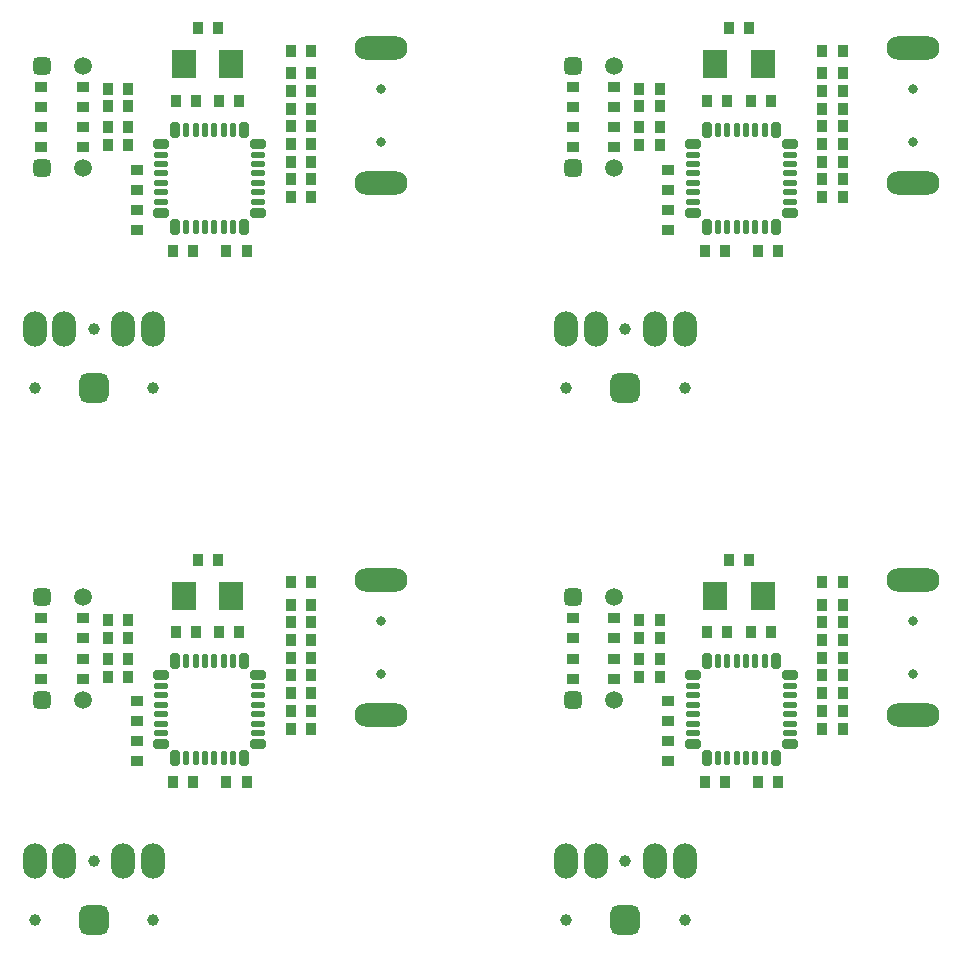
<source format=gbs>
%FSLAX25Y25*%
%MOIN*%
G70*
G01*
G75*
G04 Layer_Color=16711935*
%ADD10R,0.09843X0.04331*%
%ADD11R,0.03150X0.03150*%
%ADD12C,0.02000*%
%ADD13C,0.01000*%
%ADD14C,0.04000*%
%ADD15C,0.01500*%
%ADD16C,0.03000*%
%ADD17C,0.05906*%
G04:AMPARAMS|DCode=18|XSize=59.06mil|YSize=59.06mil|CornerRadius=14.76mil|HoleSize=0mil|Usage=FLASHONLY|Rotation=180.000|XOffset=0mil|YOffset=0mil|HoleType=Round|Shape=RoundedRectangle|*
%AMROUNDEDRECTD18*
21,1,0.05906,0.02953,0,0,180.0*
21,1,0.02953,0.05906,0,0,180.0*
1,1,0.02953,-0.01476,0.01476*
1,1,0.02953,0.01476,0.01476*
1,1,0.02953,0.01476,-0.01476*
1,1,0.02953,-0.01476,-0.01476*
%
%ADD18ROUNDEDRECTD18*%
%ADD19C,0.03150*%
%ADD20O,0.17716X0.07874*%
%ADD21C,0.03937*%
%ADD22O,0.08000X0.11811*%
G04:AMPARAMS|DCode=23|XSize=98.43mil|YSize=98.43mil|CornerRadius=24.61mil|HoleSize=0mil|Usage=FLASHONLY|Rotation=270.000|XOffset=0mil|YOffset=0mil|HoleType=Round|Shape=RoundedRectangle|*
%AMROUNDEDRECTD23*
21,1,0.09843,0.04921,0,0,270.0*
21,1,0.04921,0.09843,0,0,270.0*
1,1,0.04921,-0.02461,-0.02461*
1,1,0.04921,-0.02461,0.02461*
1,1,0.04921,0.02461,0.02461*
1,1,0.04921,0.02461,-0.02461*
%
%ADD23ROUNDEDRECTD23*%
%ADD24C,0.02500*%
%ADD25R,0.03543X0.03937*%
%ADD26R,0.03937X0.03543*%
%ADD27R,0.07874X0.09449*%
G04:AMPARAMS|DCode=28|XSize=31.5mil|YSize=51.18mil|CornerRadius=7.87mil|HoleSize=0mil|Usage=FLASHONLY|Rotation=270.000|XOffset=0mil|YOffset=0mil|HoleType=Round|Shape=RoundedRectangle|*
%AMROUNDEDRECTD28*
21,1,0.03150,0.03543,0,0,270.0*
21,1,0.01575,0.05118,0,0,270.0*
1,1,0.01575,-0.01772,-0.00787*
1,1,0.01575,-0.01772,0.00787*
1,1,0.01575,0.01772,0.00787*
1,1,0.01575,0.01772,-0.00787*
%
%ADD28ROUNDEDRECTD28*%
G04:AMPARAMS|DCode=29|XSize=31.5mil|YSize=51.18mil|CornerRadius=7.87mil|HoleSize=0mil|Usage=FLASHONLY|Rotation=0.000|XOffset=0mil|YOffset=0mil|HoleType=Round|Shape=RoundedRectangle|*
%AMROUNDEDRECTD29*
21,1,0.03150,0.03543,0,0,0.0*
21,1,0.01575,0.05118,0,0,0.0*
1,1,0.01575,0.00787,-0.01772*
1,1,0.01575,-0.00787,-0.01772*
1,1,0.01575,-0.00787,0.01772*
1,1,0.01575,0.00787,0.01772*
%
%ADD29ROUNDEDRECTD29*%
%ADD30O,0.02165X0.05118*%
%ADD31O,0.05118X0.02165*%
%ADD32C,0.00100*%
%ADD33C,0.00029*%
%ADD34C,0.00787*%
%ADD35C,0.00500*%
D17*
X67270Y157470D02*
D03*
Y123270D02*
D03*
X244435Y157470D02*
D03*
Y123270D02*
D03*
X67270Y334635D02*
D03*
Y300435D02*
D03*
X244435Y334635D02*
D03*
Y300435D02*
D03*
D18*
X53491Y157470D02*
D03*
Y123270D02*
D03*
X230656Y157470D02*
D03*
Y123270D02*
D03*
X53491Y334635D02*
D03*
Y300435D02*
D03*
X230656Y334635D02*
D03*
Y300435D02*
D03*
D19*
X166685Y149624D02*
D03*
Y131907D02*
D03*
X343850Y149624D02*
D03*
Y131907D02*
D03*
X166685Y326789D02*
D03*
Y309072D02*
D03*
X343850Y326789D02*
D03*
Y309072D02*
D03*
D20*
X166685Y163206D02*
D03*
Y118324D02*
D03*
X343850Y163206D02*
D03*
Y118324D02*
D03*
X166685Y340372D02*
D03*
Y295490D02*
D03*
X343850Y340372D02*
D03*
Y295490D02*
D03*
D21*
X90655Y49970D02*
D03*
X51285D02*
D03*
X70970Y69655D02*
D03*
X267821Y49970D02*
D03*
X228450D02*
D03*
X248135Y69655D02*
D03*
X90655Y227135D02*
D03*
X51285D02*
D03*
X70970Y246820D02*
D03*
X267821Y227135D02*
D03*
X228450D02*
D03*
X248135Y246820D02*
D03*
D22*
X51285Y69655D02*
D03*
X61128D02*
D03*
X90655D02*
D03*
X80813D02*
D03*
X228450D02*
D03*
X238293D02*
D03*
X267821D02*
D03*
X257978D02*
D03*
X51285Y246820D02*
D03*
X61128D02*
D03*
X90655D02*
D03*
X80813D02*
D03*
X228450D02*
D03*
X238293D02*
D03*
X267821D02*
D03*
X257978D02*
D03*
D23*
X70970Y49970D02*
D03*
X248135D02*
D03*
X70970Y227135D02*
D03*
X248135D02*
D03*
D25*
X143316Y131370D02*
D03*
X136624D02*
D03*
X143316Y125470D02*
D03*
X136624D02*
D03*
X143316Y119570D02*
D03*
X136624D02*
D03*
X143316Y154970D02*
D03*
X136624D02*
D03*
X119391Y145752D02*
D03*
X112698D02*
D03*
X136624Y162470D02*
D03*
X143316D02*
D03*
Y113670D02*
D03*
X136624D02*
D03*
X136624Y143170D02*
D03*
X143316D02*
D03*
X136624Y137270D02*
D03*
X143316D02*
D03*
X98198Y145752D02*
D03*
X104891D02*
D03*
X75624Y136870D02*
D03*
X82316D02*
D03*
X75624Y143870D02*
D03*
X82316D02*
D03*
X75624Y149770D02*
D03*
X82316D02*
D03*
X75624Y130970D02*
D03*
X82316D02*
D03*
X104016Y95770D02*
D03*
X97324D02*
D03*
X115124D02*
D03*
X121817D02*
D03*
X112191Y169952D02*
D03*
X105498D02*
D03*
X143316Y149070D02*
D03*
X136624D02*
D03*
X320482Y131370D02*
D03*
X313789D02*
D03*
X320482Y125470D02*
D03*
X313789D02*
D03*
X320482Y119570D02*
D03*
X313789D02*
D03*
X320482Y154970D02*
D03*
X313789D02*
D03*
X296557Y145752D02*
D03*
X289864D02*
D03*
X313789Y162470D02*
D03*
X320482D02*
D03*
Y113670D02*
D03*
X313789D02*
D03*
X313789Y143170D02*
D03*
X320482D02*
D03*
X313789Y137270D02*
D03*
X320482D02*
D03*
X275364Y145752D02*
D03*
X282057D02*
D03*
X252789Y136870D02*
D03*
X259482D02*
D03*
X252789Y143870D02*
D03*
X259482D02*
D03*
X252789Y149770D02*
D03*
X259482D02*
D03*
X252789Y130970D02*
D03*
X259482D02*
D03*
X281182Y95770D02*
D03*
X274489D02*
D03*
X292289D02*
D03*
X298982D02*
D03*
X289357Y169952D02*
D03*
X282664D02*
D03*
X320482Y149070D02*
D03*
X313789D02*
D03*
X143316Y308535D02*
D03*
X136624D02*
D03*
X143316Y302635D02*
D03*
X136624D02*
D03*
X143316Y296735D02*
D03*
X136624D02*
D03*
X143316Y332135D02*
D03*
X136624D02*
D03*
X119391Y322917D02*
D03*
X112698D02*
D03*
X136624Y339635D02*
D03*
X143316D02*
D03*
Y290835D02*
D03*
X136624D02*
D03*
X136624Y320335D02*
D03*
X143316D02*
D03*
X136624Y314435D02*
D03*
X143316D02*
D03*
X98198Y322917D02*
D03*
X104891D02*
D03*
X75624Y314035D02*
D03*
X82316D02*
D03*
X75624Y321035D02*
D03*
X82316D02*
D03*
X75624Y326935D02*
D03*
X82316D02*
D03*
X75624Y308135D02*
D03*
X82316D02*
D03*
X104016Y272935D02*
D03*
X97324D02*
D03*
X115124D02*
D03*
X121817D02*
D03*
X112191Y347117D02*
D03*
X105498D02*
D03*
X143316Y326235D02*
D03*
X136624D02*
D03*
X320482Y308535D02*
D03*
X313789D02*
D03*
X320482Y302635D02*
D03*
X313789D02*
D03*
X320482Y296735D02*
D03*
X313789D02*
D03*
X320482Y332135D02*
D03*
X313789D02*
D03*
X296557Y322917D02*
D03*
X289864D02*
D03*
X313789Y339635D02*
D03*
X320482D02*
D03*
Y290835D02*
D03*
X313789D02*
D03*
X313789Y320335D02*
D03*
X320482D02*
D03*
X313789Y314435D02*
D03*
X320482D02*
D03*
X275364Y322917D02*
D03*
X282057D02*
D03*
X252789Y314035D02*
D03*
X259482D02*
D03*
X252789Y321035D02*
D03*
X259482D02*
D03*
X252789Y326935D02*
D03*
X259482D02*
D03*
X252789Y308135D02*
D03*
X259482D02*
D03*
X281182Y272935D02*
D03*
X274489D02*
D03*
X292289D02*
D03*
X298982D02*
D03*
X289357Y347117D02*
D03*
X282664D02*
D03*
X320482Y326235D02*
D03*
X313789D02*
D03*
D26*
X85270Y116024D02*
D03*
Y122716D02*
D03*
Y102724D02*
D03*
Y109416D02*
D03*
X53470Y130324D02*
D03*
Y137016D02*
D03*
Y150417D02*
D03*
Y143724D02*
D03*
X67270Y130324D02*
D03*
Y137016D02*
D03*
Y150417D02*
D03*
Y143724D02*
D03*
X262435Y116024D02*
D03*
Y122716D02*
D03*
Y102724D02*
D03*
Y109416D02*
D03*
X230635Y130324D02*
D03*
Y137016D02*
D03*
Y150417D02*
D03*
Y143724D02*
D03*
X244435Y130324D02*
D03*
Y137016D02*
D03*
Y150417D02*
D03*
Y143724D02*
D03*
X85270Y293189D02*
D03*
Y299882D02*
D03*
Y279889D02*
D03*
Y286582D02*
D03*
X53470Y307489D02*
D03*
Y314182D02*
D03*
Y327582D02*
D03*
Y320889D02*
D03*
X67270Y307489D02*
D03*
Y314182D02*
D03*
Y327582D02*
D03*
Y320889D02*
D03*
X262435Y293189D02*
D03*
Y299882D02*
D03*
Y279889D02*
D03*
Y286582D02*
D03*
X230635Y307489D02*
D03*
Y314182D02*
D03*
Y327582D02*
D03*
Y320889D02*
D03*
X244435Y307489D02*
D03*
Y314182D02*
D03*
Y327582D02*
D03*
Y320889D02*
D03*
D27*
X100917Y157852D02*
D03*
X116665D02*
D03*
X278083D02*
D03*
X293831D02*
D03*
X100917Y335017D02*
D03*
X116665D02*
D03*
X278083D02*
D03*
X293831D02*
D03*
D28*
X125712Y131486D02*
D03*
Y108454D02*
D03*
X93428Y108454D02*
D03*
Y131486D02*
D03*
X302877D02*
D03*
Y108454D02*
D03*
X270594Y108454D02*
D03*
Y131486D02*
D03*
X125712Y308651D02*
D03*
Y285620D02*
D03*
X93428Y285620D02*
D03*
Y308651D02*
D03*
X302877D02*
D03*
Y285620D02*
D03*
X270594Y285620D02*
D03*
Y308651D02*
D03*
D29*
X121086Y103828D02*
D03*
X98054D02*
D03*
X121086Y136112D02*
D03*
X98054D02*
D03*
X298251Y103828D02*
D03*
X275220D02*
D03*
X298251Y136112D02*
D03*
X275220D02*
D03*
X121086Y280994D02*
D03*
X98054D02*
D03*
X121086Y313277D02*
D03*
X98054D02*
D03*
X298251Y280994D02*
D03*
X275220D02*
D03*
X298251Y313277D02*
D03*
X275220D02*
D03*
D30*
X101696Y103828D02*
D03*
X104846D02*
D03*
X107995D02*
D03*
X111145D02*
D03*
X114295D02*
D03*
X117444D02*
D03*
Y136112D02*
D03*
X114295D02*
D03*
X111145D02*
D03*
X107995D02*
D03*
X104846D02*
D03*
X101696D02*
D03*
X278861Y103828D02*
D03*
X282011D02*
D03*
X285161D02*
D03*
X288310D02*
D03*
X291460D02*
D03*
X294609D02*
D03*
Y136112D02*
D03*
X291460D02*
D03*
X288310D02*
D03*
X285161D02*
D03*
X282011D02*
D03*
X278861D02*
D03*
X101696Y280994D02*
D03*
X104846D02*
D03*
X107995D02*
D03*
X111145D02*
D03*
X114295D02*
D03*
X117444D02*
D03*
Y313277D02*
D03*
X114295D02*
D03*
X111145D02*
D03*
X107995D02*
D03*
X104846D02*
D03*
X101696D02*
D03*
X278861Y280994D02*
D03*
X282011D02*
D03*
X285161D02*
D03*
X288310D02*
D03*
X291460D02*
D03*
X294609D02*
D03*
Y313277D02*
D03*
X291460D02*
D03*
X288310D02*
D03*
X285161D02*
D03*
X282011D02*
D03*
X278861D02*
D03*
D31*
X125712Y112096D02*
D03*
Y115246D02*
D03*
Y118395D02*
D03*
Y121545D02*
D03*
Y124695D02*
D03*
Y127844D02*
D03*
X93428D02*
D03*
Y124695D02*
D03*
Y121545D02*
D03*
Y118395D02*
D03*
Y115246D02*
D03*
Y112096D02*
D03*
X302877D02*
D03*
Y115246D02*
D03*
Y118395D02*
D03*
Y121545D02*
D03*
Y124695D02*
D03*
Y127844D02*
D03*
X270594D02*
D03*
Y124695D02*
D03*
Y121545D02*
D03*
Y118395D02*
D03*
Y115246D02*
D03*
Y112096D02*
D03*
X125712Y289261D02*
D03*
Y292411D02*
D03*
Y295561D02*
D03*
Y298710D02*
D03*
Y301860D02*
D03*
Y305010D02*
D03*
X93428D02*
D03*
Y301860D02*
D03*
Y298710D02*
D03*
Y295561D02*
D03*
Y292411D02*
D03*
Y289261D02*
D03*
X302877D02*
D03*
Y292411D02*
D03*
Y295561D02*
D03*
Y298710D02*
D03*
Y301860D02*
D03*
Y305010D02*
D03*
X270594D02*
D03*
Y301860D02*
D03*
Y298710D02*
D03*
Y295561D02*
D03*
Y292411D02*
D03*
Y289261D02*
D03*
M02*

</source>
